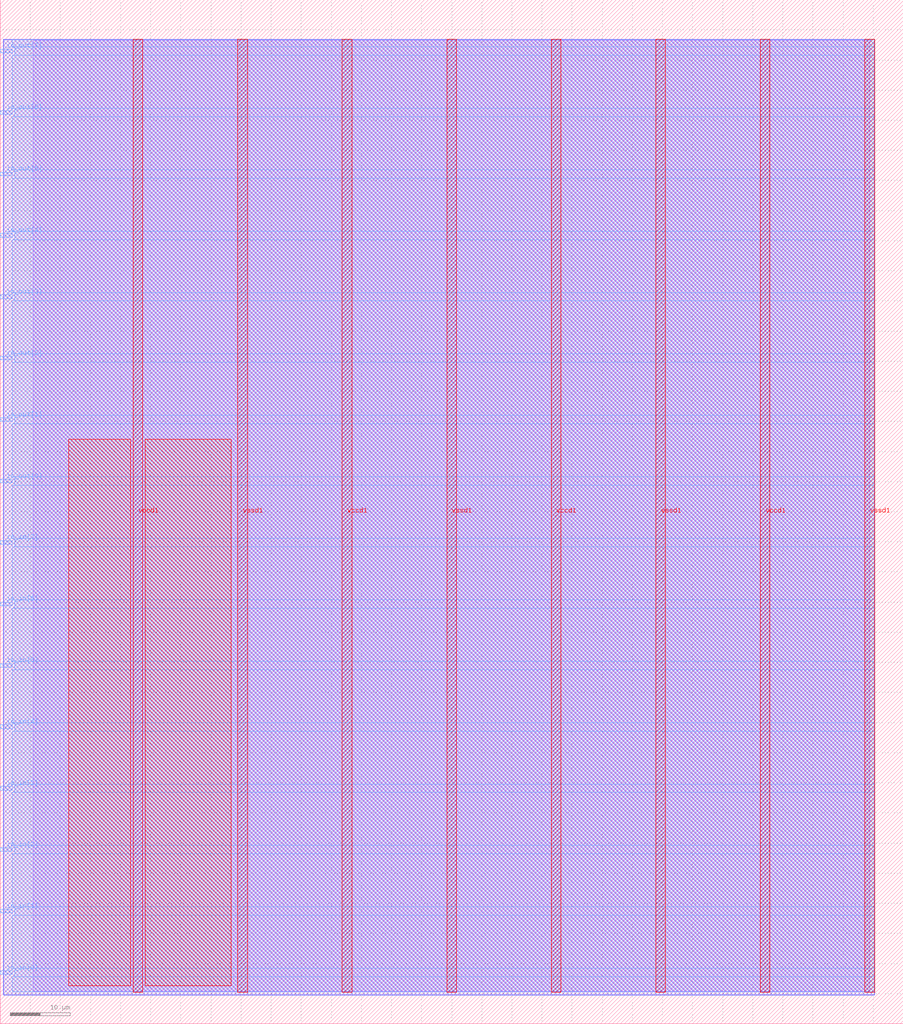
<source format=lef>
VERSION 5.7 ;
  NOWIREEXTENSIONATPIN ON ;
  DIVIDERCHAR "/" ;
  BUSBITCHARS "[]" ;
MACRO migcorre_pwm
  CLASS BLOCK ;
  FOREIGN migcorre_pwm ;
  ORIGIN 0.000 0.000 ;
  SIZE 150.000 BY 170.000 ;
  PIN io_in[0]
    DIRECTION INPUT ;
    USE SIGNAL ;
    PORT
      LAYER met3 ;
        RECT 0.000 8.200 2.000 8.800 ;
    END
  END io_in[0]
  PIN io_in[1]
    DIRECTION INPUT ;
    USE SIGNAL ;
    PORT
      LAYER met3 ;
        RECT 0.000 18.400 2.000 19.000 ;
    END
  END io_in[1]
  PIN io_in[2]
    DIRECTION INPUT ;
    USE SIGNAL ;
    PORT
      LAYER met3 ;
        RECT 0.000 28.600 2.000 29.200 ;
    END
  END io_in[2]
  PIN io_in[3]
    DIRECTION INPUT ;
    USE SIGNAL ;
    PORT
      LAYER met3 ;
        RECT 0.000 38.800 2.000 39.400 ;
    END
  END io_in[3]
  PIN io_in[4]
    DIRECTION INPUT ;
    USE SIGNAL ;
    PORT
      LAYER met3 ;
        RECT 0.000 49.000 2.000 49.600 ;
    END
  END io_in[4]
  PIN io_in[5]
    DIRECTION INPUT ;
    USE SIGNAL ;
    PORT
      LAYER met3 ;
        RECT 0.000 59.200 2.000 59.800 ;
    END
  END io_in[5]
  PIN io_in[6]
    DIRECTION INPUT ;
    USE SIGNAL ;
    PORT
      LAYER met3 ;
        RECT 0.000 69.400 2.000 70.000 ;
    END
  END io_in[6]
  PIN io_in[7]
    DIRECTION INPUT ;
    USE SIGNAL ;
    PORT
      LAYER met3 ;
        RECT 0.000 79.600 2.000 80.200 ;
    END
  END io_in[7]
  PIN io_out[0]
    DIRECTION OUTPUT TRISTATE ;
    USE SIGNAL ;
    PORT
      LAYER met3 ;
        RECT 0.000 89.800 2.000 90.400 ;
    END
  END io_out[0]
  PIN io_out[1]
    DIRECTION OUTPUT TRISTATE ;
    USE SIGNAL ;
    PORT
      LAYER met3 ;
        RECT 0.000 100.000 2.000 100.600 ;
    END
  END io_out[1]
  PIN io_out[2]
    DIRECTION OUTPUT TRISTATE ;
    USE SIGNAL ;
    PORT
      LAYER met3 ;
        RECT 0.000 110.200 2.000 110.800 ;
    END
  END io_out[2]
  PIN io_out[3]
    DIRECTION OUTPUT TRISTATE ;
    USE SIGNAL ;
    PORT
      LAYER met3 ;
        RECT 0.000 120.400 2.000 121.000 ;
    END
  END io_out[3]
  PIN io_out[4]
    DIRECTION OUTPUT TRISTATE ;
    USE SIGNAL ;
    PORT
      LAYER met3 ;
        RECT 0.000 130.600 2.000 131.200 ;
    END
  END io_out[4]
  PIN io_out[5]
    DIRECTION OUTPUT TRISTATE ;
    USE SIGNAL ;
    PORT
      LAYER met3 ;
        RECT 0.000 140.800 2.000 141.400 ;
    END
  END io_out[5]
  PIN io_out[6]
    DIRECTION OUTPUT TRISTATE ;
    USE SIGNAL ;
    PORT
      LAYER met3 ;
        RECT 0.000 151.000 2.000 151.600 ;
    END
  END io_out[6]
  PIN io_out[7]
    DIRECTION OUTPUT TRISTATE ;
    USE SIGNAL ;
    PORT
      LAYER met3 ;
        RECT 0.000 161.200 2.000 161.800 ;
    END
  END io_out[7]
  PIN vccd1
    DIRECTION INOUT ;
    USE POWER ;
    PORT
      LAYER met4 ;
        RECT 22.085 5.200 23.685 163.440 ;
    END
    PORT
      LAYER met4 ;
        RECT 56.815 5.200 58.415 163.440 ;
    END
    PORT
      LAYER met4 ;
        RECT 91.545 5.200 93.145 163.440 ;
    END
    PORT
      LAYER met4 ;
        RECT 126.275 5.200 127.875 163.440 ;
    END
  END vccd1
  PIN vssd1
    DIRECTION INOUT ;
    USE GROUND ;
    PORT
      LAYER met4 ;
        RECT 39.450 5.200 41.050 163.440 ;
    END
    PORT
      LAYER met4 ;
        RECT 74.180 5.200 75.780 163.440 ;
    END
    PORT
      LAYER met4 ;
        RECT 108.910 5.200 110.510 163.440 ;
    END
    PORT
      LAYER met4 ;
        RECT 143.640 5.200 145.240 163.440 ;
    END
  END vssd1
  OBS
      LAYER li1 ;
        RECT 5.520 5.355 144.440 163.285 ;
      LAYER met1 ;
        RECT 0.530 4.800 145.240 163.440 ;
      LAYER met2 ;
        RECT 0.560 4.770 145.210 163.385 ;
      LAYER met3 ;
        RECT 2.000 162.200 145.230 163.365 ;
        RECT 2.400 160.800 145.230 162.200 ;
        RECT 2.000 152.000 145.230 160.800 ;
        RECT 2.400 150.600 145.230 152.000 ;
        RECT 2.000 141.800 145.230 150.600 ;
        RECT 2.400 140.400 145.230 141.800 ;
        RECT 2.000 131.600 145.230 140.400 ;
        RECT 2.400 130.200 145.230 131.600 ;
        RECT 2.000 121.400 145.230 130.200 ;
        RECT 2.400 120.000 145.230 121.400 ;
        RECT 2.000 111.200 145.230 120.000 ;
        RECT 2.400 109.800 145.230 111.200 ;
        RECT 2.000 101.000 145.230 109.800 ;
        RECT 2.400 99.600 145.230 101.000 ;
        RECT 2.000 90.800 145.230 99.600 ;
        RECT 2.400 89.400 145.230 90.800 ;
        RECT 2.000 80.600 145.230 89.400 ;
        RECT 2.400 79.200 145.230 80.600 ;
        RECT 2.000 70.400 145.230 79.200 ;
        RECT 2.400 69.000 145.230 70.400 ;
        RECT 2.000 60.200 145.230 69.000 ;
        RECT 2.400 58.800 145.230 60.200 ;
        RECT 2.000 50.000 145.230 58.800 ;
        RECT 2.400 48.600 145.230 50.000 ;
        RECT 2.000 39.800 145.230 48.600 ;
        RECT 2.400 38.400 145.230 39.800 ;
        RECT 2.000 29.600 145.230 38.400 ;
        RECT 2.400 28.200 145.230 29.600 ;
        RECT 2.000 19.400 145.230 28.200 ;
        RECT 2.400 18.000 145.230 19.400 ;
        RECT 2.000 9.200 145.230 18.000 ;
        RECT 2.400 7.800 145.230 9.200 ;
        RECT 2.000 5.275 145.230 7.800 ;
      LAYER met4 ;
        RECT 11.335 6.295 21.685 97.065 ;
        RECT 24.085 6.295 38.345 97.065 ;
  END
END migcorre_pwm
END LIBRARY


</source>
